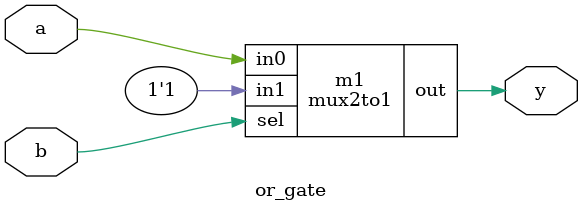
<source format=v>
module mux2to1 (
    input  sel,
    input  in0,
    input  in1,
    output out
);
    assign out = sel ? in1 : in0;
endmodule

module or_gate(input a,
                input b,
                output wire y);
  
  mux2to1 m1 (.sel(b), .in0(a), .in1(1), .out(y));
  
endmodule

</source>
